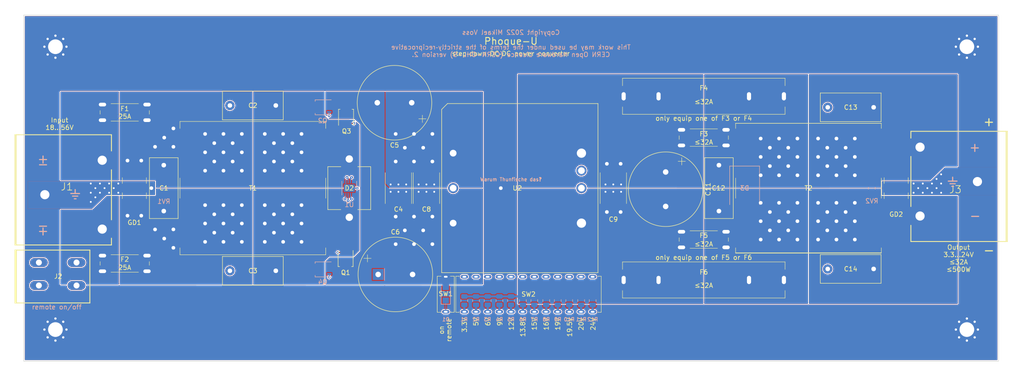
<source format=kicad_pcb>
(kicad_pcb (version 20211014) (generator pcbnew)
  (layers (0 "F.Cu" signal) (1 "In1.Cu" signal) (2 "In2.Cu" signal) (31 "B.Cu" signal) (34 "B.Paste" user) (35 "F.Paste" user) (36 "B.SilkS" user "B.Silkscreen") (37 "F.SilkS" user "F.Silkscreen") (38 "B.Mask" user) (39 "F.Mask" user) (44 "Edge.Cuts" user))
  (net 0 "")
  (net 1 "GND")
  (net 2 "/V_{in}+")
  (net 3 "/V_{in}-")
  (net 4 "/V_{out}+")
  (net 5 "/V_{out}-")
  (net 6 "/V_{in}±")
  (net 7 "/V_{in}∓")
  (net 8 "/G_{Q1}")
  (net 9 "/G_{Q2}")
  (net 10 "/G_{Q3}")
  (net 11 "/G_{Q4}")
  (net 12 "/V_{infuse}±")
  (net 13 "/V_{infuse}∓")
  (net 14 "/V_{infilt}±")
  (net 15 "/V_{infilt}∓")
  (net 16 "/V_{outfuse}-")
  (net 17 "/V_{outfuse}+")
  (net 18 "/V_{outfilt}+")
  (net 19 "/V_{outfilt}-")
  (net 20 "/On{slash}Off")
  (net 21 "/Trim")
  (net 22 "Net-(R1-Pad1)")
  (net 23 "Net-(R2-Pad1)")
  (net 24 "Net-(R3-Pad1)")
  (net 25 "Net-(R4-Pad1)")
  (net 26 "Net-(R5-Pad1)")
  (net 27 "Net-(R6-Pad1)")
  (net 28 "Net-(R7-Pad1)")
  (net 29 "Net-(R8-Pad1)")
  (net 30 "Net-(R9-Pad1)")
  (net 31 "Net-(R10-Pad1)")
  (net 32 "Net-(R11-Pad1)")
  (net 33 "Net-(R12-Pad1)")
  (footprint "Local:418127160912" (layer "F.Cu") (at 152.93 121.6075)
    (fp_text reference "SW2")
    (fp_text value "Voltage select")
  )
  (footprint "MountingHole:MountingHole_3.2mm_M3_Pad_Via" (layer "F.Cu") (at 49.9 67.7)
    (fp_text reference "H1" hide)
    (fp_text value "M3")
  )
  (footprint "Local:CP_Radial_D16.0mm_P7.50mm" (layer "F.Cu") (at 182.8 94.984746 -90)
    (fp_text reference "C11")
    (fp_text value "470 µ")
  )
  (footprint "Local:CMX1211Z181B-10" (layer "F.Cu") (at 213.9 98.4975)
    (fp_text reference "T2")
    (fp_text value "180 µ")
  )
  (footprint "Local:KRM55WR71J226MH01" (layer "F.Cu") (at 130.695 98.4975 -90)
    (fp_text reference "C8")
    (fp_text value "22 µ")
  )
  (footprint "Local:KRM55WR71J226MH01" (layer "F.Cu") (at 171.4 98.4975 -90)
    (fp_text reference "C9")
    (fp_text value "22 µ")
  )
  (footprint "Local:CP_Radial_D16.0mm_P7.50mm" (layer "F.Cu") (at 127.495 79.8975 180)
    (fp_text reference "C5")
    (fp_text value "470 µ")
  )
  (footprint "Local:2604-1102" (layer "F.Cu") (at 46.295 121.997517 180)
    (fp_text reference "J2")
    (fp_text value "On / Off")
  )
  (footprint "MountingHole:MountingHole_3.2mm_M3_Pad_Via" (layer "F.Cu") (at 248.4 129.3)
    (fp_text reference "H4" hide)
    (fp_text value "M3")
  )
  (footprint "MountingHole:MountingHole_3.2mm_M3_Pad_Via" (layer "F.Cu") (at 49.9 129.3)
    (fp_text reference "H3" hide)
    (fp_text value "M3")
  )
  (footprint "Local:C_Disc_D13mm_W6.0mm_P10.00mm" (layer "F.Cu") (at 92.895 116.4975)
    (fp_text reference "C3")
    (fp_text value "4n7")
  )
  (footprint "Local:2036-NN-SM" (layer "F.Cu") (at 233 98.4975 90)
    (fp_text reference "GD2")
    (fp_text value "75 V")
  )
  (footprint "Local:2606-1103" (layer "F.Cu") (at 248.35 98.7975)
    (fp_text reference "J3")
    (fp_text value "3.3…24 V")
  )
  (footprint "Package_SO:Vishay_PowerPAK_1212-8_Single" (layer "F.Cu") (at 113.195 82.955 90)
    (fp_text reference "Q3")
    (fp_text value "SiR120DP")
  )
  (footprint "MountingHole:MountingHole_3.2mm_M3_Pad_Via" (layer "F.Cu") (at 248.4 67.7)
    (fp_text reference "H2" hide)
    (fp_text value "M3")
  )
  (footprint "Local:i7A4W033A033V-0C1" (layer "F.Cu") (at 150.4875 98.4975)
    (fp_text reference "U2")
    (fp_text value "i7A4W033A033V")
  )
  (footprint "Package_SO:Vishay_PowerPAK_1212-8_Single" (layer "F.Cu") (at 113.095 113.94 -90)
    (fp_text reference "Q1")
    (fp_text value "SiR120DP")
  )
  (footprint "Local:418127160901" (layer "F.Cu") (at 134.9075 121.61)
    (fp_text reference "SW1")
    (fp_text value "Remote")
  )
  (footprint "Local:8040" (layer "F.Cu") (at 191.1 118.4975)
    (fp_text reference "F6")
    (fp_text value "≤ 32 A")
  )
  (footprint "Local:CP_Radial_D16.0mm_P7.50mm" (layer "F.Cu") (at 120.182246 117.2975)
    (fp_text reference "C6")
    (fp_text value "470 µ")
  )
  (footprint "Local:8040" (layer "F.Cu") (at 191.1 78.4975)
    (fp_text reference "F4")
    (fp_text value "≤ 32 A")
  )
  (footprint "Local:C_Disc_D13mm_W6.0mm_P10.00mm" (layer "F.Cu") (at 92.895 80.4975 180)
    (fp_text reference "C2")
    (fp_text value "4n7")
  )
  (footprint "Local:CMX1211Z321B-10" (layer "F.Cu") (at 92.895 98.4975)
    (fp_text reference "T1")
    (fp_text value "320 µ")
  )
  (footprint "Local:C_Disc_D13mm_W6.0mm_P10.00mm" (layer "F.Cu") (at 73.495 98.4975 -90)
    (fp_text reference "C1")
    (fp_text value "4n7")
  )
  (footprint "Local:C_Disc_D13mm_W6.0mm_P10.00mm" (layer "F.Cu") (at 223.095 116.0975)
    (fp_text reference "C14")
    (fp_text value "4n7")
  )
  (footprint "Local:3557" (layer "F.Cu") (at 191.1 87.4975)
    (fp_text reference "F3")
    (fp_text value "≤ 32 A")
  )
  (footprint "Local:3557" (layer "F.Cu") (at 64.995 81.9975)
    (fp_text reference "F1")
    (fp_text value "25 A")
  )
  (footprint "Local:3557" (layer "F.Cu") (at 64.995 114.8975)
    (fp_text reference "F2")
    (fp_text value "25 A")
  )
  (footprint "Local:2036-NN-SM" (layer "F.Cu") (at 67.095 98.4975 -90)
    (fp_text reference "GD1")
    (fp_text value "75 V")
  )
  (footprint "Local:2606-1103" (layer "F.Cu") (at 49.945 98.1975 180)
    (fp_text reference "J1")
    (fp_text value "18…56 V")
  )
  (footprint "Local:KRM55WR71J226MH01" (layer "F.Cu") (at 124.595 98.5005 -90)
    (fp_text reference "C4")
    (fp_text value "22 µ")
  )
  (footprint "Local:C_Disc_D13mm_W6.0mm_P10.00mm" (layer "F.Cu") (at 194.4 98.4975 90)
    (fp_text reference "C12")
    (fp_text value "4n7")
  )
  (footprint "Local:3557" (layer "F.Cu") (at 191.1 109.6975)
    (fp_text reference "F5")
    (fp_text value "≤ 32 A")
  )
  (footprint "Local:C_Disc_D13mm_W6.0mm_P10.00mm" (layer "F.Cu") (at 223.095 80.8975 180)
    (fp_text reference "C13")
    (fp_text value "4n7")
  )
  (footprint "Local:D_BZW50-56B_P12.70mm_Horizontal" (layer "F.Cu") (at 113.895 98.4975 90)
    (fp_text reference "D2")
    (fp_text value "56 V")
  )
  (footprint "Resistor_SMD:R_0805_2012Metric" (layer "B.Cu") (at 138.95 122.9975 90)
    (fp_text reference "R1")
    (fp_text value "820k")
  )
  (footprint "Resistor_SMD:R_0805_2012Metric" (layer "B.Cu") (at 146.6 122.9975 90)
    (fp_text reference "R4")
    (fp_text value "2k1")
  )
  (footprint "Package_DFN_QFN:DFN-8-1EP_3x3mm_P0.5mm_EP1.65x2.38mm" (layer "B.Cu") (at 113.895 98.4975 90)
    (fp_text reference "U1")
    (fp_text value "LT4320")
  )
  (footprint "Resistor_SMD:R_0805_2012Metric" (layer "B.Cu") (at 149.12 122.9975 90)
    (fp_text reference "R5")
    (fp_text value "1k13")
  )
  (footprint "Resistor_SMD:R_0805_2012Metric" (layer "B.Cu") (at 154.2 122.9975 90)
    (fp_text reference "R7")
    (fp_text value "649")
  )
  (footprint "Resistor_SMD:R_0805_2012Metric" (layer "B.Cu") (at 227.7 98.51 -90)
    (fp_text reference "RV2")
    (fp_text value "24 V")
  )
  (footprint "Resistor_SMD:R_0805_2012Metric" (layer "B.Cu") (at 166.9 123.01 90)
    (fp_text reference "R12")
    (fp_text value "41R2")
  )
  (footprint "Resistor_SMD:R_0805_2012Metric" (layer "B.Cu") (at 151.7 122.9975 90)
    (fp_text reference "R6")
    (fp_text value "806")
  )
  (footprint "Resistor_SMD:R_0805_2012Metric" (layer "B.Cu") (at 159.3 122.9975 90)
    (fp_text reference "R9")
    (fp_text value "294")
  )
  (footprint "Diode_SMD:D_SMF" (layer "B.Cu") (at 134.9 121.4975 90)
    (fp_text reference "D1")
    (fp_text value "8 V")
  )
  (footprint "Package_SO:Vishay_PowerPAK_1212-8_Single" (layer "B.Cu") (at 108.095 116.1975 180)
    (fp_text reference "Q4")
    (fp_text value "SiR120DP")
  )
  (footprint "Diode_SMD:D_SMC" (layer "B.Cu") (at 200 98.4975 -90)
    (fp_text reference "D3")
    (fp_text value "24 V")
  )
  (footprint "Resistor_SMD:R_0805_2012Metric" (layer "B.Cu") (at 161.8 122.9975 90)
    (fp_text reference "R10")
    (fp_text value "261")
  )
  (footprint "Resistor_SMD:R_0805_2012Metric" (layer "B.Cu") (at 164.4 122.9975 90)
    (fp_text reference "R11")
    (fp_text value "232")
  )
  (footprint "Resistor_SMD:R_0805_2012Metric" (layer "B.Cu") (at 141.5 122.9975 90)
    (fp_text reference "R2")
    (fp_text value "8k76")
  )
  (footprint "Package_SO:Vishay_PowerPAK_1212-8_Single" (layer "B.Cu") (at 108.1 80.9 180)
    (fp_text reference "Q2")
    (fp_text value "SiR120DP")
  )
  (footprint "Resistor_SMD:R_0805_2012Metric" (layer "B.Cu") (at 144.04 122.9975 90)
    (fp_text reference "R3")
    (fp_text value "5k23")
  )
  (footprint "Resistor_SMD:R_0805_2012Metric" (layer "B.Cu") (at 73.495 98.485 -90)
    (fp_text reference "RV1")
    (fp_text value "56 V")
  )
  (footprint "Resistor_SMD:R_0805_2012Metric" (layer "B.Cu") (at 156.8 122.9975 90)
    (fp_text reference "R8")
    (fp_text value "536")
  )
  (gr_rect (start 42.995 60.7975) (end 255.295 136.1975) (layer "Edge.Cuts") (width 0.1) (fill none))
  (gr_text "⏚" (at 245.3 97.2) (layer "B.SilkS") (effects (font (size 2 2) (thickness 0.25)) (justify mirror)))
  (gr_text "remote on/off" (at 50.2 124.4) (layer "B.SilkS") (effects (font (size 1 1))))
  (gr_text "Copyright 2022 Mikael Voss\n\nThis work may be used under the terms of the strictly‐reciprocative\nCERN Open Hardware Licence (CERN-OHL-S) version 2." (at 149.1 67) (layer "B.SilkS") (effects (font (size 1 1)) (justify mirror)))
  (gr_text "+" (at 250.125482 89.591902) (layer "B.SilkS") (effects (font (size 2 2) (thickness 0.25)) (justify mirror)))
  (gr_text "±" (at 47.2 92.5) (layer "B.SilkS") (effects (font (size 2 2) (thickness 0.25)) (justify mirror)))
  (gr_text "∓" (at 47.2 107.4) (layer "B.SilkS") (effects (font (size 2 2) (thickness 0.25)) (justify mirror)))
  (gr_text "-" (at 250.2 104.5) (layer "B.SilkS") (effects (font (size 2 2) (thickness 0.25)) (justify mirror)))
  (gr_text "⏚" (at 54.2 99.9) (layer "B.SilkS") (effects (font (size 2 2) (thickness 0.25)) (justify mirror)))
  (gr_text "Warum Thunfische das‽" (at 149.1 96.6) (layer "B.SilkS") (effects (font (size 0.75 0.75))))
  (gr_text "13.8 V" (at 151.7 128.8 90) (layer "F.SilkS") (effects (font (size 1 1))))
  (gr_text "25 A" (at 65 115.8) (layer "F.SilkS") (effects (font (size 1 1))))
  (gr_text "19.5 V" (at 161.9 128.8 90) (layer "F.SilkS") (effects (font (size 1 1))))
  (gr_text "Phoque-U" (at 149.1 66.5) (layer "F.SilkS") (effects (font (size 1.5 1.5) (thickness 0.2))))
  (gr_text "≤ 32 A" (at 191.1 79.7) (layer "F.SilkS") (effects (font (size 1 1))))
  (gr_text "only equip one of F5 or F6" (at 191.1 113.6) (layer "F.SilkS") (effects (font (size 1 1))))
  (gr_text "24 V" (at 167 128.1 90) (layer "F.SilkS") (effects (font (size 1 1))))
  (gr_text "9 V" (at 146.7 127.6 90) (layer "F.SilkS") (effects (font (size 1 1))))
  (gr_text "Output\n3.3 … 24 V\n≤ 32 A\n≤ 500 W" (at 246.6 113.8) (layer "F.SilkS") (effects (font (size 1 1))))
  (gr_text "Input\n18 … 56 V" (at 50.8 84.5) (layer "F.SilkS") (effects (font (size 1 1))))
  (gr_text "≤ 32 A" (at 191.1 88.5) (layer "F.SilkS") (effects (font (size 1 1))))
  (gr_text "3.3 V" (at 139 128.3 90) (layer "F.SilkS") (effects (font (size 1 1))))
  (gr_text "12 V" (at 149.2 128.1 90) (layer "F.SilkS") (effects (font (size 1 1))))
  (gr_text "25 A" (at 65 82.9) (layer "F.SilkS") (effects (font (size 1 1))))
  (gr_text "5 V" (at 141.5 127.6 90) (layer "F.SilkS") (effects (font (size 1 1))))
  (gr_text "16 V" (at 156.8 128.1 90) (layer "F.SilkS") (effects (font (size 1 1))))
  (gr_text "15 V" (at 154.2 128.1 90) (layer "F.SilkS") (effects (font (size 1 1))))
  (gr_text "≤ 32 A" (at 191.1 119.7) (layer "F.SilkS") (effects (font (size 1 1))))
  (gr_text "19 V" (at 159.3 128.1 90) (layer "F.SilkS") (effects (font (size 1 1))))
  (gr_text "-" (at 253.2 112) (layer "F.SilkS") (effects (font (size 2 2) (thickness 0.25))))
  (gr_text "20 V" (at 164.4 128.1 90) (layer "F.SilkS") (effects (font (size 1 1))))
  (gr_text "on\nremote" (at 134.8 129.4 90) (layer "F.SilkS") (effects (font (size 1 1))))
  (gr_text "only equip one of F3 or F4" (at 191.1 83.3) (layer "F.SilkS") (effects (font (size 1 1))))
  (gr_text "step‐down DC‐DC power converter" (at 149.1 69.2) (layer "F.SilkS") (effects (font (size 1 1))))
  (gr_text "≤ 32 A" (at 191.1 110.7) (layer "F.SilkS") (effects (font (size 1 1))))
  (gr_text "+" (at 253.2 84) (layer "F.SilkS") (effects (font (size 2 2) (thickness 0.25))))
  (gr_text "6 V" (at 144.1 127.6 90) (layer "F.SilkS") (effects (font (size 1 1))))
  (via (at 241.795 98.4975) (size 0.8) (drill 0.4) (layers "F.Cu" "B.Cu") (net 1))
  (via (at 241.795 96.4975) (size 0.8) (drill 0.4) (layers "F.Cu" "B.Cu") (net 1))
  (via (at 242.795 95.4975) (size 0.8) (drill 0.4) (layers "F.Cu" "B.Cu") (net 1))
  (via (at 239.795 98.4975) (size 0.8) (drill 0.4) (layers "F.Cu" "B.Cu") (net 1))
  (via (at 236.795 99.4975) (size 0.8) (drill 0.4) (layers "F.Cu" "B.Cu") (net 1))
  (via (at 58.595 98.4975) (size 0.8) (drill 0.4) (layers "F.Cu" "B.Cu") (net 1))
  (via (at 70.795 98.4975) (size 1.2) (drill 0.8) (layers "F.Cu" "B.Cu") (net 1))
  (via (at 57.595 97.4975) (size 0.8) (drill 0.4) (layers "F.Cu" "B.Cu") (net 1))
  (via (at 61.595 99.4975) (size 0.8) (drill 0.4) (layers "F.Cu" "B.Cu") (net 1))
  (via (at 242.795 99.4975) (size 0.8) (drill 0.4) (layers "F.Cu" "B.Cu") (net 1))
  (via (at 238.795 99.4975) (size 0.8) (drill 0.4) (layers "F.Cu" "B.Cu") (net 1))
  (via (at 58.595 100.4975) (size 0.8) (drill 0.4) (layers "F.Cu" "B.Cu") (net 1))
  (via (at 57.595 101.4975) (size 0.8) (drill 0.4) (layers "F.Cu" "B.Cu") (net 1))
  (via (at 237.795 98.4975) (size 0.8) (drill 0.4) (layers "F.Cu" "B.Cu") (net 1))
  (via (at 63.595 99.4975) (size 0.8) (drill 0.4) (layers "F.Cu" "B.Cu") (net 1))
  (via (at 240.795 99.4975) (size 0.8) (drill 0.4) (layers "F.Cu" "B.Cu") (net 1))
  (via (at 238.795 97.4975) (size 0.8) (drill 0.4) (layers "F.Cu" "B.Cu") (net 1))
  (via (at 236.795 97.4975) (size 0.8) (drill 0.4) (layers "F.Cu" "B.Cu") (net 1))
  (via (at 60.595 98.4975) (size 0.8) (drill 0.4) (layers "F.Cu" "B.Cu") (net 1))
  (via (at 242.795 97.4975) (size 0.8) (drill 0.4) (layers "F.Cu" "B.Cu") (net 1))
  (via (at 57.595 99.4975) (size 0.8) (drill 0.4) (layers "F.Cu" "B.Cu") (net 1))
  (via (at 59.595 99.4975) (size 0.8) (drill 0.4) (layers "F.Cu" "B.Cu") (net 1))
  (via (at 62.595 98.4975) (size 0.8) (drill 0.4) (layers "F.Cu" "B.Cu") (net 1))
  (via (at 146.895 98.4975) (size 1.2) (drill 0.8) (layers "F.Cu" "B.Cu") (net 1))
  (via (at 61.595 97.4975) (size 0.8) (drill 0.4) (layers "F.Cu" "B.Cu") (net 1))
  (via (at 240.795 97.4975) (size 0.8) (drill 0.4) (layers "F.Cu" "B.Cu") (net 1))
  (via (at 63.595 97.4975) (size 0.8) (drill 0.4) (layers "F.Cu" "B.Cu") (net 1))
  (via (at 59.595 97.4975) (size 0.8) (drill 0.4) (layers "F.Cu" "B.Cu") (net 1))
  (via (at 113.386098 96.152133) (size 0.6) (drill 0.2) (layers "F.Cu" "B.Cu") (net 2))
  (via (at 127.995 86.6975) (size 1.2) (drill 0.8) (layers "F.Cu" "B.Cu") (net 2))
  (via (at 126.295 97.6975) (size 0.8) (drill 0.4) (layers "F.Cu" "B.Cu") (net 2))
  (via (at 129.995 89.6975) (size 1.2) (drill 0.8) (layers "F.Cu" "B.Cu") (net 2))
  (via (at 131.995 92.6975) (size 1.2) (drill 0.8) (layers "F.Cu" "B.Cu") (net 2))
  (via (at 128.995 97.6975) (size 0.8) (drill 0.4) (layers "F.Cu" "B.Cu") (net 2))
  (via (at 125.995 89.6975) (size 1.2) (drill 0.8) (layers "F.Cu" "B.Cu") (net 2))
  (via (at 132.395 97.6975) (size 0.8) (drill 0.4) (layers "F.Cu" "B.Cu") (net 2))
  (via (at 127.995 92.6975) (size 1.2) (drill 0.8) (layers "F.Cu" "B.Cu") (net 2))
  (via (at 124 86.7) (size 1.2) (drill 0.8) (layers "F.Cu" "B.Cu") (net 2))
  (via (at 131.995 86.6975) (size 1.2) (drill 0.8) (layers "F.Cu" "B.Cu") (net 2))
  (via (at 130.695 97.6975) (size 0.8) (drill 0.4) (layers "F.Cu" "B.Cu") (net 2))
  (via (at 124.6 97.7) (size 0.8) (drill 0.4) (layers "F.Cu" "B.Cu") (net 2))
  (via (at 122.9 97.7) (size 0.8) (drill 0.4) (layers "F.Cu" "B.Cu") (net 2))
  (via (at 124 92.7) (size 1.2) (drill 0.8) (layers "F.Cu" "B.Cu") (net 2))
  (segment (start 113.645 96.411035) (end 113.386098 96.152133) (width 0.2) (layer "B.Cu") (net 2))
  (segment (start 113.645 97.0475) (end 113.645 96.411035) (width 0.2) (layer "B.Cu") (net 2))
  (via (at 131.995 104.6975) (size 1.2) (drill 0.8) (layers "F.Cu" "B.Cu") (net 3))
  (via (at 124.6 99.3) (size 0.8) (drill 0.4) (layers "F.Cu" "B.Cu") (net 3))
  (via (at 127.995 110.6975) (size 1.2) (drill 0.8) (layers "F.Cu" "B.Cu") (net 3))
  (via (at 115.59 98.5) (size 0.6) (drill 0.2) (layers "F.Cu" "B.Cu") (net 3))
  (via (at 125.995 107.6975) (size 1.2) (drill 0.8) (layers "F.Cu" "B.Cu") (net 3))
  (via (at 127.995 104.6975) (size 1.2) (drill 0.8) (layers "F.Cu" "B.Cu") (net 3))
  (via (at 122.9 99.3) (size 0.8) (drill 0.4) (layers "F.Cu" "B.Cu") (net 3))
  (via (at 132.395 99.2975) (size 0.8) (drill 0.4) (layers "F.Cu" "B.Cu") (net 3))
  (via (at 126.295 99.2975) (size 0.8) (drill 0.4) (layers "F.Cu" "B.Cu") (net 3))
  (via (at 128.995 99.2975) (size 0.8) (drill 0.4) (layers "F.Cu" "B.Cu") (net 3))
  (via (at 129.995 107.6975) (size 1.2) (drill 0.8) (layers "F.Cu" "B.Cu") (net 3))
  (via (at 130.695 99.2975) (size 0.8) (drill 0.4) (layers "F.Cu" "B.Cu") (net 3))
  (via (at 124 110.7) (size 1.2) (drill 0.8) (layers "F.Cu" "B.Cu") (net 3))
  (via (at 131.995 110.6975) (size 1.2) (drill 0.8) (layers "F.Cu" "B.Cu") (net 3))
  (via (at 124 104.7) (size 1.2) (drill 0.8) (layers "F.Cu" "B.Cu") (net 3))
  (segment (start 115.5875 98.4975) (end 115.59 98.5) (width 0.2) (layer "B.Cu") (net 3))
  (segment (start 134.9075 117.8) (end 134.9075 120.04) (width 0.25) (layer "B.Cu") (net 3))
  (segment (start 113.895 98.4975) (end 115.5875 98.4975) (width 0.2) (layer "B.Cu") (net 3))
  (segment (start 113.145 97.7475) (end 113.895 98.4975) (width 0.2) (layer "B.Cu") (net 3))
  (segment (start 113.145 97.0475) (end 113.145 97.7475) (width 0.2) (layer "B.Cu") (net 3))
  (segment (start 134.9075 120.04) (end 134.9 120.0475) (width 0.25) (layer "B.Cu") (net 3))
  (via (at 169.995 93.1975) (size 1.2) (drill 0.8) (layers "F.Cu" "B.Cu") (net 4))
  (via (at 169.695 97.6975) (size 0.8) (drill 0.4) (layers "F.Cu" "B.Cu") (net 4))
  (via (at 171.395 97.6975) (size 0.8) (drill 0.4) (layers "F.Cu" "B.Cu") (net 4))
  (via (at 172.995 93.1975) (size 1.2) (drill 0.8) (layers "F.Cu" "B.Cu") (net 4))
  (via (at 173.095 97.6975) (size 0.8) (drill 0.4) (layers "F.Cu" "B.Cu") (net 4))
  (via (at 171.395 99.2975) (size 0.8) (drill 0.4) (layers "F.Cu" "B.Cu") (net 5))
  (via (at 172.995 103.6975) (size 1.2) (drill 0.8) (layers "F.Cu" "B.Cu") (net 5))
  (via (at 169.995 103.6975) (size 1.2) (drill 0.8) (layers "F.Cu" "B.Cu") (net 5))
  (via (at 173.095 99.2975) (size 0.8) (drill 0.4) (layers "F.Cu" "B.Cu") (net 5))
  (via (at 169.695 99.2975) (size 0.8) (drill 0.4) (layers "F.Cu" "B.Cu") (net 5))
  (segment (start 138.95 122.085) (end 166.8875 122.085) (width 0.5) (layer "B.Cu") (net 5))
  (segment (start 111.415 112.505) (end 111.41 112.5) (width 0.2) (layer "F.Cu") (net 8))
  (segment (start 112.105 112.505) (end 111.415 112.505) (width 0.2) (layer "F.Cu") (net 8))
  (via (at 111.41 112.5) (size 0.6) (drill 0.2) (layers "F.Cu" "B.Cu") (net 8))
  (via (at 114.35 100.87) (size 0.6) (drill 0.2) (layers "F.Cu" "B.Cu") (net 8))
  (segment (start 114.145 99.9475) (end 114.145 100.665) (width 0.2) (layer "B.Cu") (net 8))
  (segment (start 114.145 100.665) (end 114.35 100.87) (width 0.2) (layer "B.Cu") (net 8))
  (via (at 109.5 82.7) (size 0.6) (drill 0.2) (layers "F.Cu" "B.Cu") (net 9))
  (via (at 113.645643 101.248266) (size 0.6) (drill 0.2) (layers "F.Cu" "B.Cu") (net 9))
  (segment (start 113.645 99.9475) (end 113.645 101.247623) (width 0.2) (layer "B.Cu") (net 9))
  (segment (start 113.645 101.247623) (end 113.645643 101.248266) (width 0.2) (layer "B.Cu") (net 9))
  (segment (start 109.5 81.94875) (end 109.5 82.65125) (width 0.2) (layer "B.Cu") (net 9))
  (segment (start 114.88 84.39) (end 114.89 84.38) (width 0.2) (layer "F.Cu") (net 10))
  (segment (start 114.185 84.39) (end 114.88 84.39) (width 0.2) (layer "F.Cu") (net 10))
  (via (at 114.397559 96.154301) (size 0.6) (drill 0.2) (layers "F.Cu" "B.Cu") (net 10))
  (via (at 114.89 84.38) (size 0.6) (drill 0.2) (layers "F.Cu" "B.Cu") (net 10))
  (segment (start 114.145 97.0475) (end 114.145 96.40686) (width 0.2) (layer "B.Cu") (net 10))
  (segment (start 114.145 96.40686) (end 114.397559 96.154301) (width 0.2) (layer "B.Cu") (net 10))
  (via (at 109.53 117.89) (size 0.6) (drill 0.2) (layers "F.Cu" "B.Cu") (net 11))
  (via (at 112.949943 100.854305) (size 0.6) (drill 0.2) (layers "F.Cu" "B.Cu") (net 11))
  (segment (start 113.145 100.659248) (end 112.949943 100.854305) (width 0.2) (layer "B.Cu") (net 11))
  (segment (start 109.53 117.1875) (end 109.53 117.89) (width 0.2) (layer "B.Cu") (net 11))
  (segment (start 113.145 99.9475) (end 113.145 100.659248) (width 0.2) (layer "B.Cu") (net 11))
  (via (at 88.495 88.6975) (size 1.2) (drill 0.8) (layers "F.Cu" "B.Cu") (net 12))
  (via (at 84.495 92.6975) (size 1.2) (drill 0.8) (layers "F.Cu" "B.Cu") (net 12))
  (via (at 82.495 94.6975) (size 1.2) (drill 0.8) (layers "F.Cu" "B.Cu") (net 12))
  (via (at 82.495 86.6975) (size 1.2) (drill 0.8) (layers "F.Cu" "B.Cu") (net 12))
  (via (at 82.495 90.6975) (size 1.2) (drill 0.8) (layers "F.Cu" "B.Cu") (net 12))
  (via (at 86.495 90.6975) (size 1.2) (drill 0.8) (layers "F.Cu" "B.Cu") (net 12))
  (via (at 88.495 92.6975) (size 1.2) (drill 0.8) (layers "F.Cu" "B.Cu") (net 12))
  (via (at 75.595 85.4975) (size 1.2) (drill 0.8) (layers "F.Cu" "B.Cu") (net 12))
  (via (at 86.495 86.6975) (size 1.2) (drill 0.8) (layers "F.Cu" "B.Cu") (net 12))
  (via (at 86.495 94.6975) (size 1.2) (drill 0.8) (layers "F.Cu" "B.Cu") (net 12))
  (via (at 84.495 88.6975) (size 1.2) (drill 0.8) (layers "F.Cu" "B.Cu") (net 12))
  (via (at 90.495 94.6975) (size 1.2) (drill 0.8) (layers "F.Cu" "B.Cu") (net 12))
  (via (at 65.595 92.4975) (size 1.2) (drill 0.8) (layers "F.Cu" "B.Cu") (net 12))
  (via (at 90.495 86.6975) (size 1.2) (drill 0.8) (layers "F.Cu" "B.Cu") (net 12))
  (via (at 90.495 90.6975) (size 1.2) (drill 0.8) (layers "F.Cu" "B.Cu") (net 12))
  (via (at 68.595 92.4975) (size 1.2) (drill 0.8) (layers "F.Cu" "B.Cu") (net 12))
  (via (at 75.595 89.4975) (size 1.2) (drill 0.8) (layers "F.Cu" "B.Cu") (net 12))
  (via (at 73.595 87.4975) (size 1.2) (drill 0.8) (layers "F.Cu" "B.Cu") (net 12))
  (via (at 71.595 89.4975) (size 1.2) (drill 0.8) (layers "F.Cu" "B.Cu") (net 12))
  (via (at 86.495 110.1975) (size 1.2) (drill 0.8) (layers "F.Cu" "B.Cu") (net 13))
  (via (at 73.594999 109.479237) (size 1.2) (drill 0.8) (layers "F.Cu" "B.Cu") (net 13))
  (via (at 90.495 102.1975) (size 1.2) (drill 0.8) (layers "F.Cu" "B.Cu") (net 13))
  (via (at 65.595 104.4975) (size 1.2) (drill 0.8) (layers "F.Cu" "B.Cu") (net 13))
  (via (at 84.495 104.1975) (size 1.2) (drill 0.8) (layers "F.Cu" "B.Cu") (net 13))
  (via (at 71.595 107.4975) (size 1.2) (drill 0.8) (layers "F.Cu" "B.Cu") (net 13))
  (via (at 86.495 106.1975) (size 1.2) (drill 0.8) (layers "F.Cu" "B.Cu") (net 13))
  (via (at 84.495 108.1975) (size 1.2) (drill 0.8) (layers "F.Cu" "B.Cu") (net 13))
  (via (at 88.495 104.1975) (size 1.2) (drill 0.8) (layers "F.Cu" "B.Cu") (net 13))
  (via (at 88.495 108.1975) (size 1.2) (drill 0.8) (layers "F.Cu" "B.Cu") (net 13))
  (via (at 90.495 106.1975) (size 1.2) (drill 0.8) (layers "F.Cu" "B.Cu") (net 13))
  (via (at 75.588177 107.48606) (size 1.2) (drill 0.8) (layers "F.Cu" "B.Cu") (net 13))
  (via (at 82.495 110.1975) (size 1.2) (drill 0.8) (layers "F.Cu" "B.Cu") (net 13))
  (via (at 86.495 102.1975) (size 1.2) (drill 0.8) (layers "F.Cu" "B.Cu") (net 13))
  (via (at 68.595 104.4975) (size 1.2) (drill 0.8) (layers "F.Cu" "B.Cu") (net 13))
  (via (at 82.495 102.1975) (size 1.2) (drill 0.8) (layers "F.Cu" "B.Cu") (net 13))
  (via (at 82.495 106.1975) (size 1.2) (drill 0.8) (layers "F.Cu" "B.Cu") (net 13))
  (via (at 75.588177 111.493619) (size 1.2) (drill 0.8) (layers "F.Cu" "B.Cu") (net 13))
  (via (at 90.495 110.1975) (size 1.2) (drill 0.8) (layers "F.Cu" "B.Cu") (net 13))
  (via (at 103.495 90.6975) (size 1.2) (drill 0.8) (layers "F.Cu" "B.Cu") (net 14))
  (via (at 101.495 92.6975) (size 1.2) (drill 0.8) (layers "F.Cu" "B.Cu") (net 14))
  (via (at 97.495 92.6975) (size 1.2) (drill 0.8) (layers "F.Cu" "B.Cu") (net 14))
  (via (at 95.495 90.6975) (size 1.2) (drill 0.8) (layers "F.Cu" "B.Cu") (net 14))
  (via (at 103.495 86.6975) (size 1.2) (drill 0.8) (layers "F.Cu" "B.Cu") (net 14))
  (via (at 95.495 94.6975) (size 1.2) (drill 0.8) (layers "F.Cu" "B.Cu") (net 14))
  (via (at 99.495 90.6975) (size 1.2) (drill 0.8) (layers "F.Cu" "B.Cu") (net 14))
  (via (at 101.495 88.6975) (size 1.2) (drill 0.8) (layers "F.Cu" "B.Cu") (net 14))
  (via (at 99.495 86.6975) (size 1.2) (drill 0.8) (layers "F.Cu" "B.Cu") (net 14))
  (via (at 95.495 86.6975) (size 1.2) (drill 0.8) (layers "F.Cu" "B.Cu") (net 14))
  (via (at 103.495 94.6975) (size 1.2) (drill 0.8) (layers "F.Cu" "B.Cu") (net 14))
  (via (at 99.495 94.6975) (size 1.2) (drill 0.8) (layers "F.Cu" "B.Cu") (net 14))
  (via (at 97.495 88.6975) (size 1.2) (drill 0.8) (layers "F.Cu" "B.Cu") (net 14))
  (via (at 103.495 102.1975) (size 1.2) (drill 0.8) (layers "F.Cu" "B.Cu") (net 15))
  (via (at 97.495 108.1975) (size 1.2) (drill 0.8) (layers "F.Cu" "B.Cu") (net 15))
  (via (at 103.495 110.1975) (size 1.2) (drill 0.8) (layers "F.Cu" "B.Cu") (net 15))
  (via (at 99.495 110.1975) (size 1.2) (drill 0.8) (layers "F.Cu" "B.Cu") (net 15))
  (via (at 101.495 108.1975) (size 1.2) (drill 0.8) (layers "F.Cu" "B.Cu") (net 15))
  (via (at 95.495 102.1975) (size 1.2) (drill 0.8) (layers "F.Cu" "B.Cu") (net 15))
  (via (at 95.495 106.1975) (size 1.2) (drill 0.8) (layers "F.Cu" "B.Cu") (net 15))
  (via (at 103.495 106.1975) (size 1.2) (drill 0.8) (layers "F.Cu" "B.Cu") (net 15))
  (via (at 101.495 104.1975) (size 1.2) (drill 0.8) (layers "F.Cu" "B.Cu") (net 15))
  (via (at 99.495 102.1975) (size 1.2) (drill 0.8) (layers "F.Cu" "B.Cu") (net 15))
  (via (at 99.495 106.1975) (size 1.2) (drill 0.8) (layers "F.Cu" "B.Cu") (net 15))
  (via (at 95.495 110.1975) (size 1.2) (drill 0.8) (layers "F.Cu" "B.Cu") (net 15))
  (via (at 97.495 104.1975) (size 1.2) (drill 0.8) (layers "F.Cu" "B.Cu") (net 15))
  (via (at 211.495 105.6975) (size 1.2) (drill 0.8) (layers "F.Cu" "B.Cu") (net 16))
  (via (at 207.495 109.6975) (size 1.2) (drill 0.8) (layers "F.Cu" "B.Cu") (net 16))
  (via (at 205.495 103.6975) (size 1.2) (drill 0.8) (layers "F.Cu" "B.Cu") (net 16))
  (via (at 211.495 109.6975) (size 1.2) (drill 0.8) (layers "F.Cu" "B.Cu") (net 16))
  (via (at 209.495 107.6975) (size 1.2) (drill 0.8) (layers "F.Cu" "B.Cu") (net 16))
  (via (at 203.495 105.6975) (size 1.2) (drill 0.8) (layers "F.Cu" "B.Cu") (net 16))
  (via (at 207.495 105.6975) (size 1.2) (drill 0.8) (layers "F.Cu" "B.Cu") (net 16))
  (via (at 211.495 101.6975) (size 1.2) (drill 0.8) (layers "F.Cu" "B.Cu") (net 16))
  (via (at 203.495 101.6975) (size 1.2) (drill 0.8) (layers "F.Cu" "B.Cu") (net 16))
  (via (at 205.495 107.6975) (size 1.2) (drill 0.8) (layers "F.Cu" "B.Cu") (net 16))
  (via (at 207.495 101.6975) (size 1.2) (drill 0.8) (layers "F.Cu" "B.Cu") (net 16))
  (via (at 209.495 103.6975) (size 1.2) (drill 0.8) (layers "F.Cu" "B.Cu") (net 16))
  (via (at 203.495 109.6975) (size 1.2) (drill 0.8) (layers "F.Cu" "B.Cu") (net 16))
  (via (at 203.495 95.6975) (size 1.2) (drill 0.8) (layers "F.Cu" "B.Cu") (net 17))
  (via (at 207.495 91.6975) (size 1.2) (drill 0.8) (layers "F.Cu" "B.Cu") (net 17))
  (via (at 209.495 89.6975) (size 1.2) (drill 0.8) (layers "F.Cu" "B.Cu") (net 17))
  (via (at 207.495 95.6975) (size 1.2) (drill 0.8) (layers "F.Cu" "B.Cu") (net 17))
  (via (at 207.495 87.6975) (size 1.2) (drill 0.8) (layers "F.Cu" "B.Cu") (net 17))
  (via (at 205.495 89.6975) (size 1.2) (drill 0.8) (layers "F.Cu" "B.Cu") (net 17))
  (via (at 211.495 87.6975) (size 1.2) (drill 0.8) (layers "F.Cu" "B.Cu") (net 17))
  (via (at 209.495 93.6975) (size 1.2) (drill 0.8) (layers "F.Cu" "B.Cu") (net 17))
  (via (at 203.495 91.6975) (size 1.2) (drill 0.8) (layers "F.Cu" "B.Cu") (net 17))
  (via (at 203.495 87.6975) (size 1.2) (drill 0.8) (layers "F.Cu" "B.Cu") (net 17))
  (via (at 211.495 95.6975) (size 1.2) (drill 0.8) (layers "F.Cu" "B.Cu") (net 17))
  (via (at 205.495 93.6975) (size 1.2) (drill 0.8) (layers "F.Cu" "B.Cu") (net 17))
  (via (at 211.495 91.6975) (size 1.2) (drill 0.8) (layers "F.Cu" "B.Cu") (net 17))
  (via (at 223.995 95.6975) (size 1.2) (drill 0.8) (layers "F.Cu" "B.Cu") (net 18))
  (via (at 221.995 93.6975) (size 1.2) (drill 0.8) (layers "F.Cu" "B.Cu") (net 18))
  (via (at 217.995 93.6975) (size 1.2) (drill 0.8) (layers "F.Cu" "B.Cu") (net 18))
  (via (at 217.995 89.6975) (size 1.2) (drill 0.8) (layers "F.Cu" "B.Cu") (net 18))
  (via (at 223.995 91.6975) (size 1.2) (drill 0.8) (layers "F.Cu" "B.Cu") (net 18))
  (via (at 219.995 87.6975) (size 1.2) (drill 0.8) (layers "F.Cu" "B.Cu") (net 18))
  (via (at 223.995 87.6975) (size 1.2) (drill 0.8) (layers "F.Cu" "B.Cu") (net 18))
  (via (at 219.995 95.6975) (size 1.2) (drill 0.8) (layers "F.Cu" "B.Cu") (net 18))
  (via (at 221.995 89.6975) (size 1.2) (drill 0.8) (layers "F.Cu" "B.Cu") (net 18))
  (via (at 215.995 87.6975) (size 1.2) (drill 0.8) (layers "F.Cu" "B.Cu") (net 18))
  (via (at 215.995 91.6975) (size 1.2) (drill 0.8) (layers "F.Cu" "B.Cu") (net 18))
  (via (at 215.995 95.6975) (size 1.2) (drill 0.8) (layers "F.Cu" "B.Cu") (net 18))
  (via (at 219.995 91.6975) (size 1.2) (drill 0.8) (layers "F.Cu" "B.Cu") (net 18))
  (via (at 223.995 101.6975) (size 1.2) (drill 0.8) (layers "F.Cu" "B.Cu") (net 19))
  (via (at 215.995 105.6975) (size 1.2) (drill 0.8) (layers "F.Cu" "B.Cu") (net 19))
  (via (at 217.995 103.6975) (size 1.2) (drill 0.8) (layers "F.Cu" "B.Cu") (net 19))
  (via (at 217.995 107.6975) (size 1.2) (drill 0.8) (layers "F.Cu" "B.Cu") (net 19))
  (via (at 215.995 109.6975) (size 1.2) (drill 0.8) (layers "F.Cu" "B.Cu") (net 19))
  (via (at 219.995 109.6975) (size 1.2) (drill 0.8) (layers "F.Cu" "B.Cu") (net 19))
  (via (at 223.995 105.6975) (size 1.2) (drill 0.8) (layers "F.Cu" "B.Cu") (net 19))
  (via (at 221.995 107.6975) (size 1.2) (drill 0.8) (layers "F.Cu" "B.Cu") (net 19))
  (via (at 221.995 103.6975) (size 1.2) (drill 0.8) (layers "F.Cu" "B.Cu") (net 19))
  (via (at 223.995 109.6975) (size 1.2) (drill 0.8) (layers "F.Cu" "B.Cu") (net 19))
  (via (at 219.995 105.6975) (size 1.2) (drill 0.8) (layers "F.Cu" "B.Cu") (net 19))
  (via (at 215.995 101.6975) (size 1.2) (drill 0.8) (layers "F.Cu" "B.Cu") (net 19))
  (via (at 219.995 101.6975) (size 1.2) (drill 0.8) (layers "F.Cu" "B.Cu") (net 19))
  (segment (start 134.9 122.9475) (end 134.9 125.4125) (width 0.2) (layer "B.Cu") (net 20))
  (segment (start 134.9 125.4125) (end 134.9075 125.42) (width 0.2) (layer "B.Cu") (net 20))
  (segment (start 138.95 123.91) (end 138.95 125.4075) (width 0.5) (layer "B.Cu") (net 22))
  (segment (start 141.51 123.91) (end 141.51 125.4075) (width 0.5) (layer "B.Cu") (net 23))
  (segment (start 144.04 123.91) (end 144.04 125.4175) (width 0.5) (layer "B.Cu") (net 24))
  (segment (start 146.58 123.91) (end 146.58 125.4175) (width 0.5) (layer "B.Cu") (net 25))
  (segment (start 149.12 123.91) (end 149.12 125.4175) (width 0.5) (layer "B.Cu") (net 26))
  (segment (start 151.7 123.91) (end 151.7 125.3775) (width 0.5) (layer "B.Cu") (net 27))
  (segment (start 154.2 123.91) (end 154.2 125.4175) (width 0.5) (layer "B.Cu") (net 28))
  (segment (start 156.8 123.91) (end 156.8 125.3575) (width 0.5) (layer "B.Cu") (net 29))
  (segment (start 159.3 123.91) (end 159.3 125.3975) (width 0.5) (layer "B.Cu") (net 30))
  (segment (start 161.8 123.91) (end 161.8 125.3975) (width 0.5) (layer "B.Cu") (net 31))
  (segment (start 164.4 123.91) (end 164.4 125.3775) (width 0.5) (layer "B.Cu") (net 32))
  (segment (start 166.9 123.9225) (end 166.9 125.4175) (width 0.5) (layer "B.Cu") (net 33))
  (zone (net 18) (net_name "/V_{outfilt}+") (layers F&B.Cu) (priority 1) (connect_pads yes (clearance 0.2)) (min_thickness 0.127) (fill yes (thermal_gap 0.508) (thermal_bridge_width 0.508))
    (polygon (pts (xy 246.4 73.6975) (xy 246.4 98.3975) (xy 214 98.4) (xy 213.995 73.69752)))
  )
  (zone (net 13) (net_name "/V_{infuse}∓") (layers F&B.Cu) (priority 2) (connect_pads yes (clearance 0.2)) (min_thickness 0.127) (fill yes (thermal_gap 0.508) (thermal_bridge_width 0.508))
    (polygon (pts (xy 92.8 119.5) (xy 63.895 119.4975) (xy 63.895 98.5975) (xy 92.8 98.6)))
  )
  (zone (net 3) (net_name "/V_{in}-") (layer "F.Cu") (priority 2) (connect_pads yes (clearance 0.2)) (min_thickness 0.127) (fill yes (thermal_gap 0.508) (thermal_bridge_width 0.508))
    (polygon (pts (xy 143 119.5) (xy 121.7 119.5) (xy 121.7 99.6) (xy 122.7 98.6) (xy 143 98.6)))
  )
  (zone (net 2) (net_name "/V_{in}+") (layer "F.Cu") (priority 2) (connect_pads yes (clearance 0.2)) (min_thickness 0.127) (fill yes (thermal_gap 0.508) (thermal_bridge_width 0.508))
    (polygon (pts (xy 143 98.4) (xy 121.7 98.4) (xy 121.7 94.1) (xy 121.7 77.5) (xy 143 77.5)))
  )
  (zone (net 12) (net_name "/V_{infuse}±") (layers F&B.Cu) (priority 1) (connect_pads yes (clearance 0.2)) (min_thickness 0.127) (fill yes (thermal_gap 0.508) (thermal_bridge_width 0.508))
    (polygon (pts (xy 92.795 98.3975) (xy 63.895 98.3975) (xy 63.895 77.4975) (xy 92.795 77.4975)))
  )
  (zone (net 7) (net_name "/V_{in}∓") (layers F&B.Cu) (priority 1) (connect_pads yes (clearance 0.2)) (min_thickness 0.127) (fill yes (thermal_gap 0.508) (thermal_bridge_width 0.508))
    (polygon (pts (xy 63.695 119.4975) (xy 50.995 119.4975) (xy 50.995 98.6975) (xy 63.695 98.6975)))
  )
  (zone (net 1) (net_name "GND") (layers "F.Cu" "In2.Cu" "B.Cu") (priority 3) (connect_pads yes (clearance 0.2)) (min_thickness 0.127) (fill yes (thermal_gap 0.508) (thermal_bridge_width 0.508))
    (polygon (pts (xy 71.595 99.9975) (xy 60.995 99.9975) (xy 57.895 102.9975) (xy 43.895 102.9975) (xy 43.895 96.9975) (xy 71.595 96.9975)))
  )
  (zone (net 4) (net_name "/V_{out}+") (layers F&B.Cu) (priority 3) (connect_pads yes (clearance 0.2)) (min_thickness 0.127) (fill yes (thermal_gap 0.508) (thermal_bridge_width 0.508))
    (polygon (pts (xy 191 98.4) (xy 150.6 98.3975) (xy 150.6 73.6975) (xy 191 73.6975)))
  )
  (zone (net 15) (net_name "/V_{infilt}∓") (layers F&B.Cu) (priority 2) (connect_pads yes (clearance 0.2)) (min_thickness 0.127) (fill yes (thermal_gap 0.508) (thermal_bridge_width 0.508))
    (polygon (pts (xy 116.1 112.1) (xy 114.799999 113.397928) (xy 109.5 113.4) (xy 108.499974 114.4) (xy 108.499839 119.49984) (xy 93 119.49734) (xy 93 98.6) (xy 116.1 98.6)))
  )
  (zone (net 14) (net_name "/V_{infilt}±") (layers F&B.Cu) (priority 2) (connect_pads yes (clearance 0.2)) (min_thickness 0.127) (fill yes (thermal_gap 0.508) (thermal_bridge_width 0.508))
    (polygon (pts (xy 116.1 98.4) (xy 92.994969 98.3975) (xy 92.995162 77.4975) (xy 108.5 77.5) (xy 108.5 82.7) (xy 109.4 83.6) (xy 114.9 83.6) (xy 116.1 84.7)))
  )
  (zone (net 5) (net_name "/V_{out}-") (layers F&B.Cu) (priority 3) (connect_pads yes (clearance 0.2)) (min_thickness 0.127) (fill yes (thermal_gap 0.508) (thermal_bridge_width 0.508))
    (polygon (pts (xy 191 123.7) (xy 150.6 123.6975) (xy 150.6 98.5975) (xy 191 98.6)))
  )
  (zone (net 17) (net_name "/V_{outfuse}+") (layers F&B.Cu) (priority 1) (connect_pads yes (clearance 0.2)) (min_thickness 0.127) (fill yes (thermal_gap 0.508) (thermal_bridge_width 0.508))
    (polygon (pts (xy 213.8 98.4) (xy 191.2 98.4) (xy 191.2 73.7) (xy 213.795 73.7)))
  )
  (zone (net 19) (net_name "/V_{outfilt}-") (layers F&B.Cu) (priority 1) (connect_pads yes (clearance 0.2)) (min_thickness 0.127) (fill yes (thermal_gap 0.508) (thermal_bridge_width 0.508))
    (polygon (pts (xy 246.4 123.6975) (xy 214 123.6975) (xy 214 98.6) (xy 246.4 98.6)))
  )
  (zone (net 16) (net_name "/V_{outfuse}-") (layers F&B.Cu) (priority 1) (connect_pads yes (clearance 0.2)) (min_thickness 0.127) (fill yes (thermal_gap 0.508) (thermal_bridge_width 0.508))
    (polygon (pts (xy 213.8 123.6975) (xy 191.2 123.6975) (xy 191.2 98.6) (xy 213.8 98.6)))
  )
  (zone (net 6) (net_name "/V_{in}±") (layers F&B.Cu) (priority 2) (connect_pads yes (clearance 0.2)) (min_thickness 0.127) (fill yes (thermal_gap 0.508) (thermal_bridge_width 0.508))
    (polygon (pts (xy 63.695 98.2975) (xy 50.995 98.2975) (xy 50.995 77.4975) (xy 63.695 77.4975)))
  )
  (zone (net 1) (net_name "GND") (layers F&B.Cu) (priority 2) (connect_pads yes (clearance 0.2)) (min_thickness 0.127) (fill yes (thermal_gap 0.508) (thermal_bridge_width 0.508))
    (polygon (pts (xy 229.9 96.9975) (xy 240.5 96.9975) (xy 243.6 93.9975) (xy 255.3 93.9975) (xy 255.3 99.9975) (xy 229.9 99.9975)))
  )
  (zone (net 1) (net_name "GND") (layers "F.Cu" "In2.Cu" "B.Cu") (connect_pads yes (clearance 0.2)) (min_thickness 0.127) (fill yes (thermal_gap 0.508) (thermal_bridge_width 0.508))
    (polygon (pts (xy 255.295 136.1975) (xy 42.995 136.1975) (xy 42.995 60.7975) (xy 255.295 60.7975)))
  )
  (zone (net 2) (net_name "/V_{in}+") (layer "F.Cu") (priority 2) (connect_pads yes (clearance 0.2)) (min_thickness 0.127) (fill yes (thermal_gap 0.508) (thermal_bridge_width 0.508) (smoothing chamfer))
    (polygon (pts (xy 122.6 98.4) (xy 121.5 99.5) (xy 121.5 119.5) (xy 108.7 119.5) (xy 108.7 114.5) (xy 109.6 113.6) (xy 114.9 113.6) (xy 116.3 112.2) (xy 116.3 84.6) (xy 115 83.4) (xy 109.5 83.4) (xy 108.699972 82.6) (xy 108.7 77.5) (xy 121.7 77.5)))
  )
  (zone (net 3) (net_name "/V_{in}-") (layer "B.Cu") (priority 2) (connect_pads yes (clearance 0.2)) (min_thickness 0.127) (fill yes (thermal_gap 0.508) (thermal_bridge_width 0.508))
    (polygon (pts (xy 121.6 97.6) (xy 122.6 98.6) (xy 143 98.6) (xy 142.999927 119.499972) (xy 108.699927 119.497472) (xy 108.699989 114.5) (xy 109.6 113.6) (xy 114.9 113.6) (xy 116.3 112.2) (xy 116.3 84.6) (xy 114.999968 83.399572) (xy 109.5 83.4) (xy 108.699975 82.6) (xy 108.7 79.5) (xy 108.7 77.5) (xy 121.6 77.5)))
  )
  (zone (net 2) (net_name "/V_{in}+") (layer "B.Cu") (priority 2) (connect_pads yes (clearance 0.2)) (min_thickness 0.127) (fill yes (thermal_gap 0.508) (thermal_bridge_width 0.508))
    (polygon (pts (xy 143 98.4) (xy 122.7 98.4) (xy 121.8 97.5) (xy 121.8 77.5) (xy 143 77.5)))
  )
)
</source>
